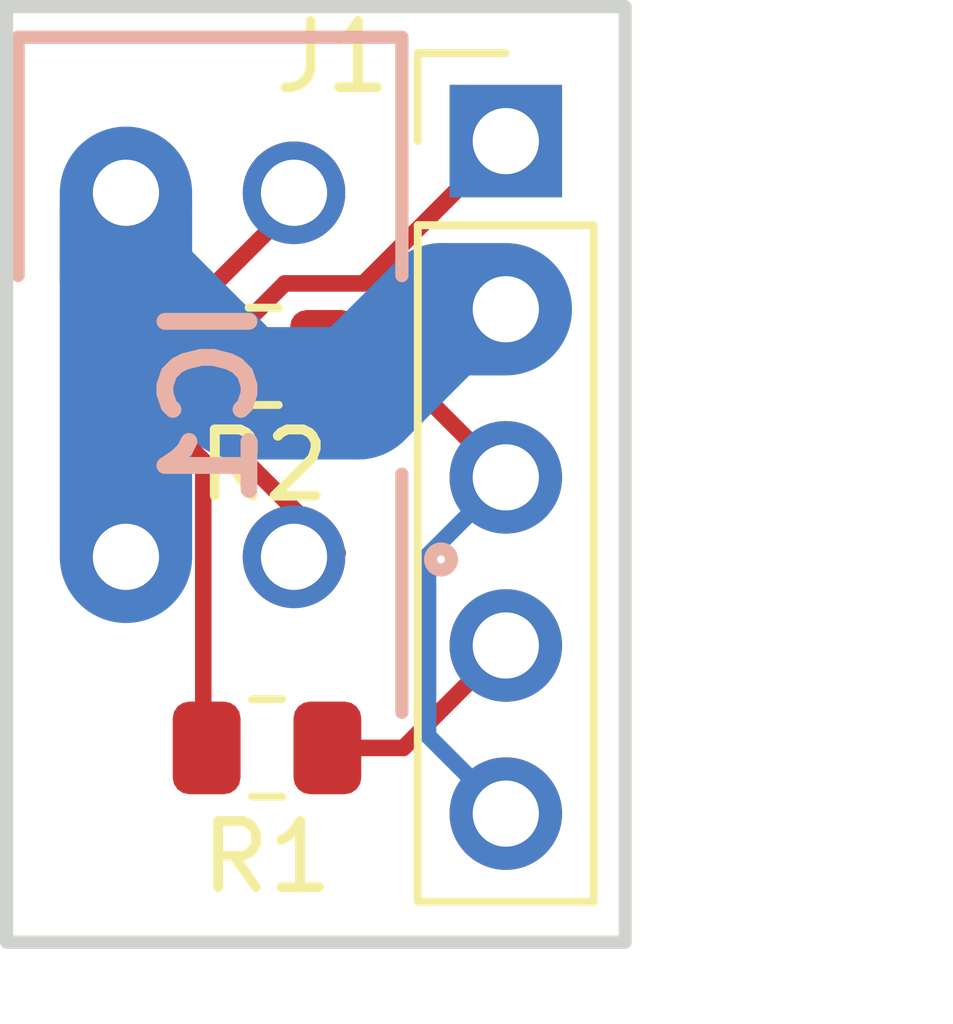
<source format=kicad_pcb>
(kicad_pcb (version 20211014) (generator pcbnew)
  (layers (0 "F.Cu" signal) (31 "B.Cu" signal) (34 "B.Paste" user) (35 "F.Paste" user) (36 "B.SilkS" user "B.Silkscreen") (37 "F.SilkS" user "F.Silkscreen") (38 "B.Mask" user) (39 "F.Mask" user) (44 "Edge.Cuts" user))
  (net 0 "")
  (net 1 "Net-(IC1-Pad4)")
  (net 2 "/S")
  (net 3 "/GND")
  (net 4 "/5V")
  (net 5 "/DIN")
  (footprint "Resistor_SMD:R_0805_2012Metric" (layer "F.Cu") (at 177.9505 91.5162 180)
    (fp_text reference "R2" (at 0 -1.65) (layer "F.SilkS"))
    (fp_text value "5000")
    (fp_line (start -0.227064 -0.735) (end 0.227064 -0.735) (layer "F.SilkS") (width 0.12))
    (fp_line (start -0.227064 0.735) (end 0.227064 0.735) (layer "F.SilkS") (width 0.12))
    (pad "1" smd roundrect (at -0.9125 0 180) (size 1.025 1.4) (layers "F.Cu" "F.Paste" "F.Mask") (roundrect_rratio 0.243902) (net 4 "/5V"))
    (pad "2" smd roundrect (at 0.9125 0 180) (size 1.025 1.4) (layers "F.Cu" "F.Paste" "F.Mask") (roundrect_rratio 0.243902) (net 2 "/S"))
  )
  (footprint "Resistor_SMD:R_0805_2012Metric" (layer "F.Cu") (at 178.0013 97.4325 180)
    (fp_text reference "R1" (at 0 -1.65) (layer "F.SilkS"))
    (fp_text value "100")
    (fp_line (start -0.227064 0.735) (end 0.227064 0.735) (layer "F.SilkS") (width 0.12))
    (fp_line (start -0.227064 -0.735) (end 0.227064 -0.735) (layer "F.SilkS") (width 0.12))
    (pad "1" smd roundrect (at -0.9125 0 180) (size 1.025 1.4) (layers "F.Cu" "F.Paste" "F.Mask") (roundrect_rratio 0.243902) (net 5 "/DIN"))
    (pad "2" smd roundrect (at 0.9125 0 180) (size 1.025 1.4) (layers "F.Cu" "F.Paste" "F.Mask") (roundrect_rratio 0.243902) (net 1 "Net-(IC1-Pad4)"))
  )
  (footprint "Connector_PinHeader_2.54mm:PinHeader_1x05_P2.54mm_Vertical" (layer "F.Cu") (at 181.61 88.265)
    (fp_text reference "J1" (at -2.6162 -1.27) (layer "F.SilkS"))
    (fp_text value "Conn_01x05_Male")
    (fp_line (start -1.33 0) (end -1.33 -1.33) (layer "F.SilkS") (width 0.12))
    (fp_line (start -1.33 -1.33) (end 0 -1.33) (layer "F.SilkS") (width 0.12))
    (fp_line (start -1.33 1.27) (end 1.33 1.27) (layer "F.SilkS") (width 0.12))
    (fp_line (start 1.33 1.27) (end 1.33 11.49) (layer "F.SilkS") (width 0.12))
    (fp_line (start -1.33 1.27) (end -1.33 11.49) (layer "F.SilkS") (width 0.12))
    (fp_line (start -1.33 11.49) (end 1.33 11.49) (layer "F.SilkS") (width 0.12))
    (pad "1" thru_hole rect (at 0 0) (size 1.7 1.7) (drill 1) (layers *.Cu *.Mask) (net 2 "/S"))
    (pad "2" thru_hole oval (at 0 2.54) (size 1.7 1.7) (drill 1) (layers *.Cu *.Mask) (net 3 "/GND"))
    (pad "3" thru_hole oval (at 0 5.08) (size 1.7 1.7) (drill 1) (layers *.Cu *.Mask) (net 4 "/5V"))
    (pad "4" thru_hole oval (at 0 7.62) (size 1.7 1.7) (drill 1) (layers *.Cu *.Mask) (net 5 "/DIN"))
    (pad "5" thru_hole oval (at 0 10.16) (size 1.7 1.7) (drill 1) (layers *.Cu *.Mask) (net 4 "/5V"))
  )
  (footprint "Footprints:TCRT5000L" (layer "B.Cu") (at 177.1396 91.7956 90)
    (fp_text reference "IC1" (at -0.432 0.015 270) (layer "B.SilkS") (effects (font (size 1.27 1.27) (thickness 0.254)) (justify mirror)))
    (fp_text value "TCRT5000L" hide)
    (fp_line (start 5.1 -2.9) (end 1.5 -2.9) (layer "B.SilkS") (width 0.2))
    (fp_line (start -5.1 2.9) (end -1.5 2.9) (layer "B.SilkS") (width 0.2))
    (fp_line (start 5.1 -2.9) (end 5.1 2.9) (layer "B.SilkS") (width 0.2))
    (fp_line (start 5.1 2.9) (end 1.5 2.9) (layer "B.SilkS") (width 0.2))
    (fp_circle (center -2.79 3.492) (end -2.79 3.434) (layer "B.SilkS") (width 0.2) (fill none))
    (pad "1" thru_hole circle locked (at -2.75 1.27 90) (size 1.55 1.55) (drill 1) (layers *.Cu *.Mask) (net 2 "/S"))
    (pad "2" thru_hole circle locked (at -2.75 -1.27 90) (size 1.55 1.55) (drill 1) (layers *.Cu *.Mask) (net 3 "/GND"))
    (pad "3" thru_hole circle locked (at 2.75 -1.27 90) (size 1.55 1.55) (drill 1) (layers *.Cu *.Mask) (net 3 "/GND"))
    (pad "4" thru_hole circle locked (at 2.75 1.27 90) (size 1.55 1.55) (drill 1) (layers *.Cu *.Mask) (net 1 "Net-(IC1-Pad4)"))
  )
  (gr_rect (start 174.0662 86.233) (end 183.4134 100.3681) (layer "Edge.Cuts") (width 0.2) (fill none))
  (segment (start 176.2005 90.828027) (end 176.2005 92.254896) (width 0.25) (layer "F.Cu") (net 1))
  (segment (start 176.2005 92.254896) (end 177.038 93.092396) (width 0.25) (layer "F.Cu") (net 1))
  (segment (start 178.474 88.988) (end 178.6518 88.988) (width 0.25) (layer "F.Cu") (net 1))
  (segment (start 178.6518 88.988) (end 177.1486 90.4912) (width 0.25) (layer "F.Cu") (net 1))
  (segment (start 177.1486 90.4912) (end 176.537327 90.4912) (width 0.25) (layer "F.Cu") (net 1))
  (segment (start 176.537327 90.4912) (end 176.2005 90.828027) (width 0.25) (layer "F.Cu") (net 1))
  (segment (start 177.038 97.3817) (end 177.0888 97.4325) (width 0.25) (layer "F.Cu") (net 1))
  (segment (start 177.038 93.092396) (end 177.038 97.3817) (width 0.25) (layer "F.Cu") (net 1))
  (segment (start 178.27 90.415) (end 179.46 90.415) (width 0.25) (layer "F.Cu") (net 2))
  (segment (start 179.46 90.415) (end 181.61 88.265) (width 0.25) (layer "F.Cu") (net 2))
  (segment (start 177.245 92.663) (end 177.245 91.44) (width 0.25) (layer "F.Cu") (net 2))
  (segment (start 177.245 91.44) (end 178.27 90.415) (width 0.25) (layer "F.Cu") (net 2))
  (segment (start 179.07 94.488) (end 177.245 92.663) (width 0.25) (layer "F.Cu") (net 2))
  (segment (start 175.8696 89.298672) (end 175.8696 89.0456) (width 2) (layer "B.Cu") (net 3))
  (segment (start 180.6448 90.805) (end 179.3748 92.075) (width 2) (layer "B.Cu") (net 3))
  (segment (start 175.8696 89.298672) (end 175.8696 94.5456) (width 2) (layer "B.Cu") (net 3))
  (segment (start 175.8696 90.3478) (end 175.8696 89.298672) (width 2) (layer "B.Cu") (net 3))
  (segment (start 179.3748 92.075) (end 177.5968 92.075) (width 2) (layer "B.Cu") (net 3))
  (segment (start 177.5968 92.075) (end 175.8696 90.3478) (width 2) (layer "B.Cu") (net 3))
  (segment (start 181.61 90.805) (end 180.6448 90.805) (width 2) (layer "B.Cu") (net 3))
  (segment (start 179.705 91.44) (end 181.61 93.345) (width 0.25) (layer "F.Cu") (net 4))
  (segment (start 179.07 91.44) (end 179.705 91.44) (width 0.25) (layer "F.Cu") (net 4))
  (segment (start 180.435 94.52) (end 180.435 97.25) (width 0.25) (layer "B.Cu") (net 4))
  (segment (start 180.435 97.25) (end 181.61 98.425) (width 0.25) (layer "B.Cu") (net 4))
  (segment (start 181.61 93.345) (end 180.435 94.52) (width 0.25) (layer "B.Cu") (net 4))
  (segment (start 179.07 97.4325) (end 180.0625 97.4325) (width 0.25) (layer "F.Cu") (net 5))
  (segment (start 180.0625 97.4325) (end 181.61 95.885) (width 0.25) (layer "F.Cu") (net 5))
)
</source>
